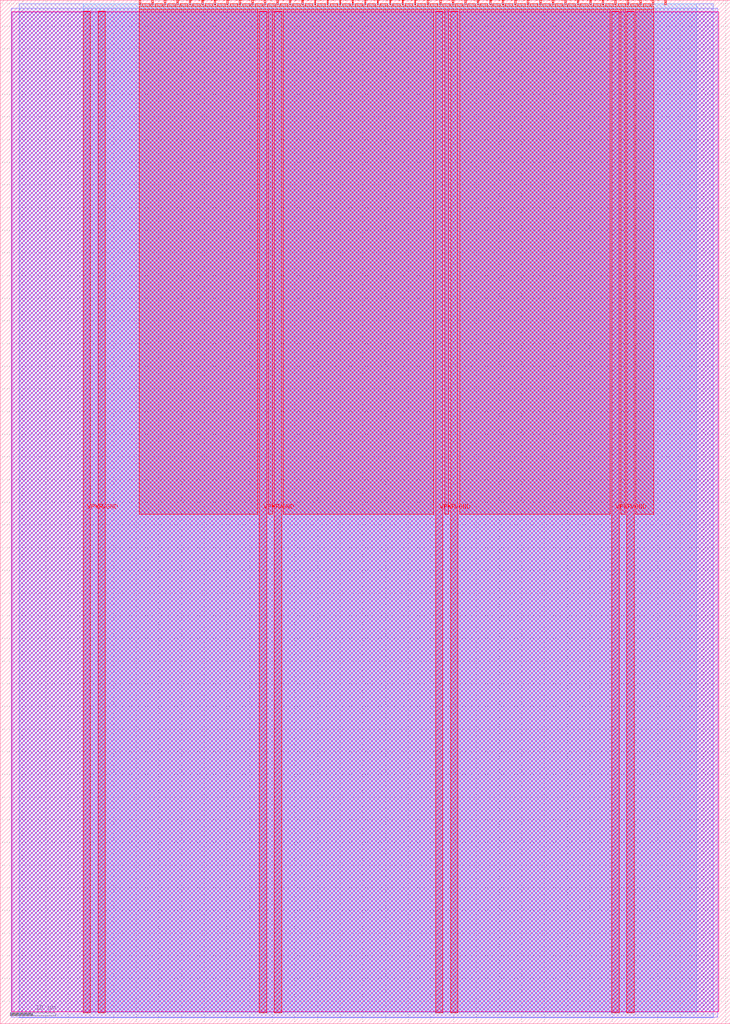
<source format=lef>
VERSION 5.7 ;
  NOWIREEXTENSIONATPIN ON ;
  DIVIDERCHAR "/" ;
  BUSBITCHARS "[]" ;
MACRO tt_um_regfield
  CLASS BLOCK ;
  FOREIGN tt_um_regfield ;
  ORIGIN 0.000 0.000 ;
  SIZE 161.000 BY 225.760 ;
  PIN VGND
    DIRECTION INOUT ;
    USE GROUND ;
    PORT
      LAYER met4 ;
        RECT 21.580 2.480 23.180 223.280 ;
    END
    PORT
      LAYER met4 ;
        RECT 60.450 2.480 62.050 223.280 ;
    END
    PORT
      LAYER met4 ;
        RECT 99.320 2.480 100.920 223.280 ;
    END
    PORT
      LAYER met4 ;
        RECT 138.190 2.480 139.790 223.280 ;
    END
  END VGND
  PIN VPWR
    DIRECTION INOUT ;
    USE POWER ;
    PORT
      LAYER met4 ;
        RECT 18.280 2.480 19.880 223.280 ;
    END
    PORT
      LAYER met4 ;
        RECT 57.150 2.480 58.750 223.280 ;
    END
    PORT
      LAYER met4 ;
        RECT 96.020 2.480 97.620 223.280 ;
    END
    PORT
      LAYER met4 ;
        RECT 134.890 2.480 136.490 223.280 ;
    END
  END VPWR
  PIN clk
    DIRECTION INPUT ;
    USE SIGNAL ;
    ANTENNAGATEAREA 0.852000 ;
    PORT
      LAYER met4 ;
        RECT 143.830 224.760 144.130 225.760 ;
    END
  END clk
  PIN ena
    DIRECTION INPUT ;
    USE SIGNAL ;
    PORT
      LAYER met4 ;
        RECT 146.590 224.760 146.890 225.760 ;
    END
  END ena
  PIN rst_n
    DIRECTION INPUT ;
    USE SIGNAL ;
    ANTENNAGATEAREA 0.213000 ;
    PORT
      LAYER met4 ;
        RECT 141.070 224.760 141.370 225.760 ;
    END
  END rst_n
  PIN ui_in[0]
    DIRECTION INPUT ;
    USE SIGNAL ;
    ANTENNAGATEAREA 0.196500 ;
    PORT
      LAYER met4 ;
        RECT 138.310 224.760 138.610 225.760 ;
    END
  END ui_in[0]
  PIN ui_in[1]
    DIRECTION INPUT ;
    USE SIGNAL ;
    ANTENNAGATEAREA 0.196500 ;
    PORT
      LAYER met4 ;
        RECT 135.550 224.760 135.850 225.760 ;
    END
  END ui_in[1]
  PIN ui_in[2]
    DIRECTION INPUT ;
    USE SIGNAL ;
    ANTENNAGATEAREA 0.196500 ;
    PORT
      LAYER met4 ;
        RECT 132.790 224.760 133.090 225.760 ;
    END
  END ui_in[2]
  PIN ui_in[3]
    DIRECTION INPUT ;
    USE SIGNAL ;
    ANTENNAGATEAREA 0.196500 ;
    PORT
      LAYER met4 ;
        RECT 130.030 224.760 130.330 225.760 ;
    END
  END ui_in[3]
  PIN ui_in[4]
    DIRECTION INPUT ;
    USE SIGNAL ;
    ANTENNAGATEAREA 0.196500 ;
    PORT
      LAYER met4 ;
        RECT 127.270 224.760 127.570 225.760 ;
    END
  END ui_in[4]
  PIN ui_in[5]
    DIRECTION INPUT ;
    USE SIGNAL ;
    ANTENNAGATEAREA 0.196500 ;
    PORT
      LAYER met4 ;
        RECT 124.510 224.760 124.810 225.760 ;
    END
  END ui_in[5]
  PIN ui_in[6]
    DIRECTION INPUT ;
    USE SIGNAL ;
    ANTENNAGATEAREA 0.196500 ;
    PORT
      LAYER met4 ;
        RECT 121.750 224.760 122.050 225.760 ;
    END
  END ui_in[6]
  PIN ui_in[7]
    DIRECTION INPUT ;
    USE SIGNAL ;
    ANTENNAGATEAREA 0.196500 ;
    PORT
      LAYER met4 ;
        RECT 118.990 224.760 119.290 225.760 ;
    END
  END ui_in[7]
  PIN uio_in[0]
    DIRECTION INPUT ;
    USE SIGNAL ;
    PORT
      LAYER met4 ;
        RECT 116.230 224.760 116.530 225.760 ;
    END
  END uio_in[0]
  PIN uio_in[1]
    DIRECTION INPUT ;
    USE SIGNAL ;
    PORT
      LAYER met4 ;
        RECT 113.470 224.760 113.770 225.760 ;
    END
  END uio_in[1]
  PIN uio_in[2]
    DIRECTION INPUT ;
    USE SIGNAL ;
    PORT
      LAYER met4 ;
        RECT 110.710 224.760 111.010 225.760 ;
    END
  END uio_in[2]
  PIN uio_in[3]
    DIRECTION INPUT ;
    USE SIGNAL ;
    PORT
      LAYER met4 ;
        RECT 107.950 224.760 108.250 225.760 ;
    END
  END uio_in[3]
  PIN uio_in[4]
    DIRECTION INPUT ;
    USE SIGNAL ;
    PORT
      LAYER met4 ;
        RECT 105.190 224.760 105.490 225.760 ;
    END
  END uio_in[4]
  PIN uio_in[5]
    DIRECTION INPUT ;
    USE SIGNAL ;
    PORT
      LAYER met4 ;
        RECT 102.430 224.760 102.730 225.760 ;
    END
  END uio_in[5]
  PIN uio_in[6]
    DIRECTION INPUT ;
    USE SIGNAL ;
    PORT
      LAYER met4 ;
        RECT 99.670 224.760 99.970 225.760 ;
    END
  END uio_in[6]
  PIN uio_in[7]
    DIRECTION INPUT ;
    USE SIGNAL ;
    PORT
      LAYER met4 ;
        RECT 96.910 224.760 97.210 225.760 ;
    END
  END uio_in[7]
  PIN uio_oe[0]
    DIRECTION OUTPUT ;
    USE SIGNAL ;
    PORT
      LAYER met4 ;
        RECT 49.990 224.760 50.290 225.760 ;
    END
  END uio_oe[0]
  PIN uio_oe[1]
    DIRECTION OUTPUT ;
    USE SIGNAL ;
    PORT
      LAYER met4 ;
        RECT 47.230 224.760 47.530 225.760 ;
    END
  END uio_oe[1]
  PIN uio_oe[2]
    DIRECTION OUTPUT ;
    USE SIGNAL ;
    PORT
      LAYER met4 ;
        RECT 44.470 224.760 44.770 225.760 ;
    END
  END uio_oe[2]
  PIN uio_oe[3]
    DIRECTION OUTPUT ;
    USE SIGNAL ;
    PORT
      LAYER met4 ;
        RECT 41.710 224.760 42.010 225.760 ;
    END
  END uio_oe[3]
  PIN uio_oe[4]
    DIRECTION OUTPUT ;
    USE SIGNAL ;
    PORT
      LAYER met4 ;
        RECT 38.950 224.760 39.250 225.760 ;
    END
  END uio_oe[4]
  PIN uio_oe[5]
    DIRECTION OUTPUT ;
    USE SIGNAL ;
    PORT
      LAYER met4 ;
        RECT 36.190 224.760 36.490 225.760 ;
    END
  END uio_oe[5]
  PIN uio_oe[6]
    DIRECTION OUTPUT ;
    USE SIGNAL ;
    PORT
      LAYER met4 ;
        RECT 33.430 224.760 33.730 225.760 ;
    END
  END uio_oe[6]
  PIN uio_oe[7]
    DIRECTION OUTPUT ;
    USE SIGNAL ;
    PORT
      LAYER met4 ;
        RECT 30.670 224.760 30.970 225.760 ;
    END
  END uio_oe[7]
  PIN uio_out[0]
    DIRECTION OUTPUT ;
    USE SIGNAL ;
    PORT
      LAYER met4 ;
        RECT 72.070 224.760 72.370 225.760 ;
    END
  END uio_out[0]
  PIN uio_out[1]
    DIRECTION OUTPUT ;
    USE SIGNAL ;
    PORT
      LAYER met4 ;
        RECT 69.310 224.760 69.610 225.760 ;
    END
  END uio_out[1]
  PIN uio_out[2]
    DIRECTION OUTPUT ;
    USE SIGNAL ;
    PORT
      LAYER met4 ;
        RECT 66.550 224.760 66.850 225.760 ;
    END
  END uio_out[2]
  PIN uio_out[3]
    DIRECTION OUTPUT ;
    USE SIGNAL ;
    PORT
      LAYER met4 ;
        RECT 63.790 224.760 64.090 225.760 ;
    END
  END uio_out[3]
  PIN uio_out[4]
    DIRECTION OUTPUT ;
    USE SIGNAL ;
    PORT
      LAYER met4 ;
        RECT 61.030 224.760 61.330 225.760 ;
    END
  END uio_out[4]
  PIN uio_out[5]
    DIRECTION OUTPUT ;
    USE SIGNAL ;
    PORT
      LAYER met4 ;
        RECT 58.270 224.760 58.570 225.760 ;
    END
  END uio_out[5]
  PIN uio_out[6]
    DIRECTION OUTPUT ;
    USE SIGNAL ;
    PORT
      LAYER met4 ;
        RECT 55.510 224.760 55.810 225.760 ;
    END
  END uio_out[6]
  PIN uio_out[7]
    DIRECTION OUTPUT ;
    USE SIGNAL ;
    PORT
      LAYER met4 ;
        RECT 52.750 224.760 53.050 225.760 ;
    END
  END uio_out[7]
  PIN uo_out[0]
    DIRECTION OUTPUT ;
    USE SIGNAL ;
    ANTENNADIFFAREA 0.445500 ;
    PORT
      LAYER met4 ;
        RECT 94.150 224.760 94.450 225.760 ;
    END
  END uo_out[0]
  PIN uo_out[1]
    DIRECTION OUTPUT ;
    USE SIGNAL ;
    ANTENNADIFFAREA 0.445500 ;
    PORT
      LAYER met4 ;
        RECT 91.390 224.760 91.690 225.760 ;
    END
  END uo_out[1]
  PIN uo_out[2]
    DIRECTION OUTPUT ;
    USE SIGNAL ;
    ANTENNADIFFAREA 0.445500 ;
    PORT
      LAYER met4 ;
        RECT 88.630 224.760 88.930 225.760 ;
    END
  END uo_out[2]
  PIN uo_out[3]
    DIRECTION OUTPUT ;
    USE SIGNAL ;
    ANTENNADIFFAREA 0.445500 ;
    PORT
      LAYER met4 ;
        RECT 85.870 224.760 86.170 225.760 ;
    END
  END uo_out[3]
  PIN uo_out[4]
    DIRECTION OUTPUT ;
    USE SIGNAL ;
    ANTENNADIFFAREA 0.445500 ;
    PORT
      LAYER met4 ;
        RECT 83.110 224.760 83.410 225.760 ;
    END
  END uo_out[4]
  PIN uo_out[5]
    DIRECTION OUTPUT ;
    USE SIGNAL ;
    ANTENNADIFFAREA 0.445500 ;
    PORT
      LAYER met4 ;
        RECT 80.350 224.760 80.650 225.760 ;
    END
  END uo_out[5]
  PIN uo_out[6]
    DIRECTION OUTPUT ;
    USE SIGNAL ;
    ANTENNADIFFAREA 0.445500 ;
    PORT
      LAYER met4 ;
        RECT 77.590 224.760 77.890 225.760 ;
    END
  END uo_out[6]
  PIN uo_out[7]
    DIRECTION OUTPUT ;
    USE SIGNAL ;
    ANTENNADIFFAREA 0.445500 ;
    PORT
      LAYER met4 ;
        RECT 74.830 224.760 75.130 225.760 ;
    END
  END uo_out[7]
  OBS
      LAYER nwell ;
        RECT 2.570 2.635 158.430 223.230 ;
      LAYER li1 ;
        RECT 2.760 2.635 158.240 223.125 ;
      LAYER met1 ;
        RECT 2.460 1.400 158.240 224.020 ;
      LAYER met2 ;
        RECT 4.240 1.370 157.220 224.925 ;
      LAYER met3 ;
        RECT 18.290 2.555 153.575 224.905 ;
      LAYER met4 ;
        RECT 31.370 224.360 33.030 224.905 ;
        RECT 34.130 224.360 35.790 224.905 ;
        RECT 36.890 224.360 38.550 224.905 ;
        RECT 39.650 224.360 41.310 224.905 ;
        RECT 42.410 224.360 44.070 224.905 ;
        RECT 45.170 224.360 46.830 224.905 ;
        RECT 47.930 224.360 49.590 224.905 ;
        RECT 50.690 224.360 52.350 224.905 ;
        RECT 53.450 224.360 55.110 224.905 ;
        RECT 56.210 224.360 57.870 224.905 ;
        RECT 58.970 224.360 60.630 224.905 ;
        RECT 61.730 224.360 63.390 224.905 ;
        RECT 64.490 224.360 66.150 224.905 ;
        RECT 67.250 224.360 68.910 224.905 ;
        RECT 70.010 224.360 71.670 224.905 ;
        RECT 72.770 224.360 74.430 224.905 ;
        RECT 75.530 224.360 77.190 224.905 ;
        RECT 78.290 224.360 79.950 224.905 ;
        RECT 81.050 224.360 82.710 224.905 ;
        RECT 83.810 224.360 85.470 224.905 ;
        RECT 86.570 224.360 88.230 224.905 ;
        RECT 89.330 224.360 90.990 224.905 ;
        RECT 92.090 224.360 93.750 224.905 ;
        RECT 94.850 224.360 96.510 224.905 ;
        RECT 97.610 224.360 99.270 224.905 ;
        RECT 100.370 224.360 102.030 224.905 ;
        RECT 103.130 224.360 104.790 224.905 ;
        RECT 105.890 224.360 107.550 224.905 ;
        RECT 108.650 224.360 110.310 224.905 ;
        RECT 111.410 224.360 113.070 224.905 ;
        RECT 114.170 224.360 115.830 224.905 ;
        RECT 116.930 224.360 118.590 224.905 ;
        RECT 119.690 224.360 121.350 224.905 ;
        RECT 122.450 224.360 124.110 224.905 ;
        RECT 125.210 224.360 126.870 224.905 ;
        RECT 127.970 224.360 129.630 224.905 ;
        RECT 130.730 224.360 132.390 224.905 ;
        RECT 133.490 224.360 135.150 224.905 ;
        RECT 136.250 224.360 137.910 224.905 ;
        RECT 139.010 224.360 140.670 224.905 ;
        RECT 141.770 224.360 143.430 224.905 ;
        RECT 30.655 223.680 144.145 224.360 ;
        RECT 30.655 112.375 56.750 223.680 ;
        RECT 59.150 112.375 60.050 223.680 ;
        RECT 62.450 112.375 95.620 223.680 ;
        RECT 98.020 112.375 98.920 223.680 ;
        RECT 101.320 112.375 134.490 223.680 ;
        RECT 136.890 112.375 137.790 223.680 ;
        RECT 140.190 112.375 144.145 223.680 ;
  END
END tt_um_regfield
END LIBRARY


</source>
